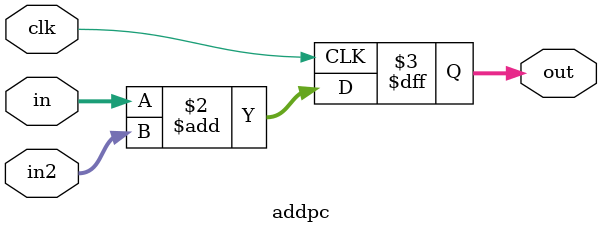
<source format=v>
module addpc(
    input clk,
    input [31:0]in,
    input [31:0]in2,
    output reg[31:0]out
);

always@(posedge clk) begin
    out <= in + in2;    
end


endmodule
</source>
